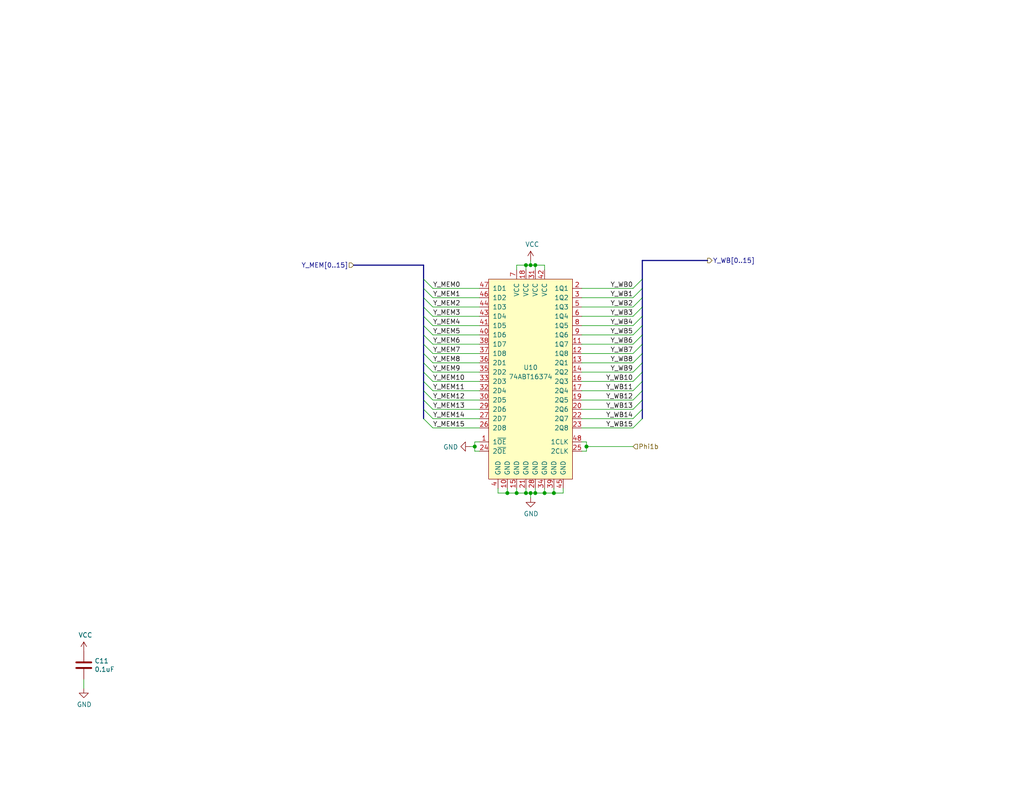
<source format=kicad_sch>
(kicad_sch (version 20250114) (generator "eeschema") (generator_version "9.0")
  (paper "USLetter")
  (title_block (title "ALU Result Register MEM/WB") (date "2023-11-25") (rev "A"))
  (lib_symbols
    (symbol "Device:C" (pin_numbers (hide yes)) (pin_names (offset 0.254))
      (property "Reference" "C" (at 0.635 2.54 0))
      (property "Value" "C" (at 0.635 -2.54 0))
      (symbol "C_0_1"
        (polyline (pts (xy -2.032 0.762) (xy 2.032 0.762)) (stroke (width 0.508)))
        (polyline (pts (xy -2.032 -0.762) (xy 2.032 -0.762)) (stroke (width 0.508)))
      )
      (symbol "C_1_1"
        (pin passive line (at 0 3.81 270) (length 2.794) (name "~") (number "1"))
        (pin passive line (at 0 -3.81 90) (length 2.794) (name "~") (number "2"))
      )
    )
    (symbol "Turtle16:74ABT16374" (pin_names (offset 1.016))
      (symbol "74ABT16374_0_0"
        (pin input line (at -13.97 21.59 0) (length 2.54) (name "1D1") (number "47"))
        (pin input line (at -13.97 19.05 0) (length 2.54) (name "1D2") (number "46"))
        (pin input line (at -13.97 16.51 0) (length 2.54) (name "1D3") (number "44"))
        (pin input line (at -13.97 13.97 0) (length 2.54) (name "1D4") (number "43"))
        (pin input line (at -13.97 11.43 0) (length 2.54) (name "1D5") (number "41"))
        (pin input line (at -13.97 8.89 0) (length 2.54) (name "1D6") (number "40"))
        (pin input line (at -13.97 6.35 0) (length 2.54) (name "1D7") (number "38"))
        (pin input line (at -13.97 3.81 0) (length 2.54) (name "1D8") (number "37"))
        (pin input line (at -13.97 1.27 0) (length 2.54) (name "2D1") (number "36"))
        (pin input line (at -13.97 -1.27 0) (length 2.54) (name "2D2") (number "35"))
        (pin input line (at -13.97 -3.81 0) (length 2.54) (name "2D3") (number "33"))
        (pin input line (at -13.97 -6.35 0) (length 2.54) (name "2D4") (number "32"))
        (pin input line (at -13.97 -8.89 0) (length 2.54) (name "2D5") (number "30"))
        (pin input line (at -13.97 -11.43 0) (length 2.54) (name "2D6") (number "29"))
        (pin input line (at -13.97 -13.97 0) (length 2.54) (name "2D7") (number "27"))
        (pin input line (at -13.97 -16.51 0) (length 2.54) (name "2D8") (number "26"))
        (pin input line (at -13.97 -20.32 0) (length 2.54) (name "1~{OE}") (number "1"))
        (pin input line (at -13.97 -22.86 0) (length 2.54) (name "2~{OE}") (number "24"))
        (pin power_in line (at -8.89 -33.02 90) (length 2.54) (name "GND") (number "4"))
        (pin power_in line (at -6.35 -33.02 90) (length 2.54) (name "GND") (number "10"))
        (pin power_in line (at -3.81 26.67 270) (length 2.54) (name "VCC") (number "7"))
        (pin power_in line (at -3.81 -33.02 90) (length 2.54) (name "GND") (number "15"))
        (pin power_in line (at -1.27 26.67 270) (length 2.54) (name "VCC") (number "18"))
        (pin power_in line (at -1.27 -33.02 90) (length 2.54) (name "GND") (number "21"))
        (pin power_in line (at 1.27 26.67 270) (length 2.54) (name "VCC") (number "31"))
        (pin power_in line (at 1.27 -33.02 90) (length 2.54) (name "GND") (number "28"))
        (pin power_in line (at 3.81 26.67 270) (length 2.54) (name "VCC") (number "42"))
        (pin power_in line (at 3.81 -33.02 90) (length 2.54) (name "GND") (number "34"))
        (pin power_in line (at 6.35 -33.02 90) (length 2.54) (name "GND") (number "39"))
        (pin power_in line (at 8.89 -33.02 90) (length 2.54) (name "GND") (number "45"))
        (pin tri_state line (at 13.97 21.59 180) (length 2.54) (name "1Q1") (number "2"))
        (pin tri_state line (at 13.97 19.05 180) (length 2.54) (name "1Q2") (number "3"))
        (pin tri_state line (at 13.97 16.51 180) (length 2.54) (name "1Q3") (number "5"))
        (pin tri_state line (at 13.97 13.97 180) (length 2.54) (name "1Q4") (number "6"))
        (pin tri_state line (at 13.97 11.43 180) (length 2.54) (name "1Q5") (number "8"))
        (pin tri_state line (at 13.97 8.89 180) (length 2.54) (name "1Q6") (number "9"))
        (pin tri_state line (at 13.97 6.35 180) (length 2.54) (name "1Q7") (number "11"))
        (pin tri_state line (at 13.97 3.81 180) (length 2.54) (name "1Q8") (number "12"))
        (pin tri_state line (at 13.97 1.27 180) (length 2.54) (name "2Q1") (number "13"))
        (pin tri_state line (at 13.97 -1.27 180) (length 2.54) (name "2Q2") (number "14"))
        (pin tri_state line (at 13.97 -3.81 180) (length 2.54) (name "2Q3") (number "16"))
        (pin tri_state line (at 13.97 -6.35 180) (length 2.54) (name "2Q4") (number "17"))
        (pin tri_state line (at 13.97 -8.89 180) (length 2.54) (name "2Q5") (number "19"))
        (pin tri_state line (at 13.97 -11.43 180) (length 2.54) (name "2Q6") (number "20"))
        (pin tri_state line (at 13.97 -13.97 180) (length 2.54) (name "2Q7") (number "22"))
        (pin tri_state line (at 13.97 -16.51 180) (length 2.54) (name "2Q8") (number "23"))
        (pin input line (at 13.97 -20.32 180) (length 2.54) (name "1CLK") (number "48"))
        (pin input line (at 13.97 -22.86 180) (length 2.54) (name "2CLK") (number "25"))
      )
      (symbol "74ABT16374_0_1"
        (rectangle (start -11.43 24.13) (end 11.43 -30.48) (fill (type background)))
      )
    )
    (symbol "power:GND" (power) (pin_names (offset 0))
      (property "Value" "GND" (at 0 -3.81 0))
      (symbol "GND_0_1"
        (polyline (pts (xy 0 0) (xy 0 -1.27) (xy 1.27 -1.27) (xy 0 -2.54) (xy -1.27 -1.27) (xy 0 -1.27)))
      )
      (symbol "GND_1_1"
        (pin power_in line (at 0 0 270) (length 0) (hide yes) (name "GND") (number "1"))
      )
    )
    (symbol "power:VCC" (power) (pin_names (offset 0))
      (property "Value" "VCC" (at 0 3.81 0))
      (symbol "VCC_0_1"
        (polyline (pts (xy -0.762 1.27) (xy 0 2.54)))
        (polyline (pts (xy 0 2.54) (xy 0.762 1.27)))
        (polyline (pts (xy 0 0) (xy 0 2.54)))
      )
      (symbol "VCC_1_1"
        (pin power_in line (at 0 0 90) (length 0) (hide yes) (name "VCC") (number "1"))
      )
    )
  )
  (junction (at 138.43 134.62))
  (junction (at 143.51 134.62))
  (junction (at 140.97 134.62))
  (junction (at 160.02 121.92))
  (junction (at 146.05 72.39))
  (junction (at 146.05 134.62))
  (junction (at 151.13 134.62))
  (junction (at 144.78 72.39))
  (junction (at 148.59 134.62))
  (junction (at 144.78 134.62))
  (junction (at 129.54 121.92))
  (junction (at 143.51 72.39))
  (bus_entry (at 115.57 114.3) (size 2.54 2.54))
  (bus_entry (at 115.57 109.22) (size 2.54 2.54))
  (bus_entry (at 115.57 93.98) (size 2.54 2.54))
  (bus_entry (at 115.57 81.28) (size 2.54 2.54))
  (bus_entry (at 175.26 111.76) (size -2.54 2.54))
  (bus_entry (at 115.57 104.14) (size 2.54 2.54))
  (bus_entry (at 175.26 114.3) (size -2.54 2.54))
  (bus_entry (at 115.57 78.74) (size 2.54 2.54))
  (bus_entry (at 175.26 106.68) (size -2.54 2.54))
  (bus_entry (at 175.26 109.22) (size -2.54 2.54))
  (bus_entry (at 175.26 96.52) (size -2.54 2.54))
  (bus_entry (at 175.26 78.74) (size -2.54 2.54))
  (bus_entry (at 175.26 91.44) (size -2.54 2.54))
  (bus_entry (at 175.26 88.9) (size -2.54 2.54))
  (bus_entry (at 115.57 88.9) (size 2.54 2.54))
  (bus_entry (at 175.26 83.82) (size -2.54 2.54))
  (bus_entry (at 115.57 86.36) (size 2.54 2.54))
  (bus_entry (at 175.26 76.2) (size -2.54 2.54))
  (bus_entry (at 115.57 83.82) (size 2.54 2.54))
  (bus_entry (at 115.57 76.2) (size 2.54 2.54))
  (bus_entry (at 175.26 86.36) (size -2.54 2.54))
  (bus_entry (at 175.26 81.28) (size -2.54 2.54))
  (bus_entry (at 175.26 101.6) (size -2.54 2.54))
  (bus_entry (at 175.26 104.14) (size -2.54 2.54))
  (bus_entry (at 115.57 96.52) (size 2.54 2.54))
  (bus_entry (at 175.26 93.98) (size -2.54 2.54))
  (bus_entry (at 115.57 91.44) (size 2.54 2.54))
  (bus_entry (at 115.57 106.68) (size 2.54 2.54))
  (bus_entry (at 115.57 101.6) (size 2.54 2.54))
  (bus_entry (at 115.57 99.06) (size 2.54 2.54))
  (bus_entry (at 115.57 111.76) (size 2.54 2.54))
  (bus_entry (at 175.26 99.06) (size -2.54 2.54))
  (wire (pts (xy 118.11 88.9) (xy 130.81 88.9)))
  (wire (pts (xy 118.11 86.36) (xy 130.81 86.36)))
  (wire (pts (xy 160.02 121.92) (xy 160.02 123.19)))
  (bus (pts (xy 115.57 78.74) (xy 115.57 81.28)))
  (wire (pts (xy 129.54 121.92) (xy 129.54 123.19)))
  (wire (pts (xy 172.72 111.76) (xy 158.75 111.76)))
  (wire (pts (xy 153.67 134.62) (xy 153.67 133.35)))
  (wire (pts (xy 138.43 134.62) (xy 140.97 134.62)))
  (bus (pts (xy 115.57 93.98) (xy 115.57 96.52)))
  (bus (pts (xy 115.57 88.9) (xy 115.57 91.44)))
  (bus (pts (xy 115.57 86.36) (xy 115.57 88.9)))
  (wire (pts (xy 143.51 133.35) (xy 143.51 134.62)))
  (bus (pts (xy 115.57 106.68) (xy 115.57 109.22)))
  (wire (pts (xy 129.54 121.92) (xy 128.27 121.92)))
  (wire (pts (xy 160.02 120.65) (xy 160.02 121.92)))
  (wire (pts (xy 172.72 88.9) (xy 158.75 88.9)))
  (wire (pts (xy 172.72 101.6) (xy 158.75 101.6)))
  (wire (pts (xy 140.97 133.35) (xy 140.97 134.62)))
  (wire (pts (xy 148.59 72.39) (xy 148.59 73.66)))
  (wire (pts (xy 172.72 83.82) (xy 158.75 83.82)))
  (wire (pts (xy 144.78 71.12) (xy 144.78 72.39)))
  (bus (pts (xy 175.26 78.74) (xy 175.26 81.28)))
  (bus (pts (xy 115.57 76.2) (xy 115.57 78.74)))
  (wire (pts (xy 143.51 134.62) (xy 144.78 134.62)))
  (bus (pts (xy 175.26 91.44) (xy 175.26 93.98)))
  (wire (pts (xy 172.72 104.14) (xy 158.75 104.14)))
  (wire (pts (xy 148.59 133.35) (xy 148.59 134.62)))
  (bus (pts (xy 115.57 101.6) (xy 115.57 104.14)))
  (wire (pts (xy 138.43 133.35) (xy 138.43 134.62)))
  (bus (pts (xy 96.52 72.39) (xy 115.57 72.39)))
  (bus (pts (xy 175.26 71.12) (xy 175.26 76.2)))
  (wire (pts (xy 118.11 96.52) (xy 130.81 96.52)))
  (wire (pts (xy 172.72 99.06) (xy 158.75 99.06)))
  (wire (pts (xy 135.89 134.62) (xy 138.43 134.62)))
  (bus (pts (xy 175.26 81.28) (xy 175.26 83.82)))
  (wire (pts (xy 118.11 106.68) (xy 130.81 106.68)))
  (wire (pts (xy 118.11 104.14) (xy 130.81 104.14)))
  (bus (pts (xy 175.26 88.9) (xy 175.26 91.44)))
  (wire (pts (xy 118.11 111.76) (xy 130.81 111.76)))
  (bus (pts (xy 175.26 99.06) (xy 175.26 101.6)))
  (wire (pts (xy 118.11 101.6) (xy 130.81 101.6)))
  (wire (pts (xy 172.72 93.98) (xy 158.75 93.98)))
  (wire (pts (xy 146.05 133.35) (xy 146.05 134.62)))
  (wire (pts (xy 172.72 116.84) (xy 158.75 116.84)))
  (wire (pts (xy 140.97 72.39) (xy 143.51 72.39)))
  (wire (pts (xy 172.72 81.28) (xy 158.75 81.28)))
  (bus (pts (xy 193.04 71.12) (xy 175.26 71.12)))
  (wire (pts (xy 172.72 109.22) (xy 158.75 109.22)))
  (wire (pts (xy 172.72 86.36) (xy 158.75 86.36)))
  (wire (pts (xy 151.13 134.62) (xy 153.67 134.62)))
  (wire (pts (xy 172.72 96.52) (xy 158.75 96.52)))
  (wire (pts (xy 143.51 73.66) (xy 143.51 72.39)))
  (bus (pts (xy 115.57 91.44) (xy 115.57 93.98)))
  (wire (pts (xy 118.11 93.98) (xy 130.81 93.98)))
  (wire (pts (xy 146.05 72.39) (xy 148.59 72.39)))
  (bus (pts (xy 115.57 104.14) (xy 115.57 106.68)))
  (wire (pts (xy 172.72 114.3) (xy 158.75 114.3)))
  (wire (pts (xy 118.11 114.3) (xy 130.81 114.3)))
  (wire (pts (xy 172.72 106.68) (xy 158.75 106.68)))
  (bus (pts (xy 175.26 83.82) (xy 175.26 86.36)))
  (bus (pts (xy 115.57 96.52) (xy 115.57 99.06)))
  (wire (pts (xy 146.05 134.62) (xy 148.59 134.62)))
  (wire (pts (xy 146.05 73.66) (xy 146.05 72.39)))
  (wire (pts (xy 160.02 123.19) (xy 158.75 123.19)))
  (wire (pts (xy 140.97 134.62) (xy 143.51 134.62)))
  (bus (pts (xy 175.26 86.36) (xy 175.26 88.9)))
  (wire (pts (xy 129.54 120.65) (xy 129.54 121.92)))
  (wire (pts (xy 118.11 81.28) (xy 130.81 81.28)))
  (wire (pts (xy 118.11 91.44) (xy 130.81 91.44)))
  (wire (pts (xy 144.78 72.39) (xy 146.05 72.39)))
  (wire (pts (xy 140.97 73.66) (xy 140.97 72.39)))
  (bus (pts (xy 175.26 104.14) (xy 175.26 106.68)))
  (wire (pts (xy 151.13 133.35) (xy 151.13 134.62)))
  (wire (pts (xy 172.72 91.44) (xy 158.75 91.44)))
  (bus (pts (xy 115.57 99.06) (xy 115.57 101.6)))
  (wire (pts (xy 160.02 121.92) (xy 172.72 121.92)))
  (wire (pts (xy 135.89 133.35) (xy 135.89 134.62)))
  (bus (pts (xy 175.26 106.68) (xy 175.26 109.22)))
  (bus (pts (xy 175.26 101.6) (xy 175.26 104.14)))
  (wire (pts (xy 143.51 72.39) (xy 144.78 72.39)))
  (wire (pts (xy 118.11 109.22) (xy 130.81 109.22)))
  (wire (pts (xy 144.78 134.62) (xy 146.05 134.62)))
  (wire (pts (xy 118.11 116.84) (xy 130.81 116.84)))
  (wire (pts (xy 144.78 134.62) (xy 144.78 135.89)))
  (bus (pts (xy 115.57 109.22) (xy 115.57 111.76)))
  (bus (pts (xy 175.26 93.98) (xy 175.26 96.52)))
  (wire (pts (xy 130.81 120.65) (xy 129.54 120.65)))
  (bus (pts (xy 175.26 111.76) (xy 175.26 114.3)))
  (bus (pts (xy 115.57 81.28) (xy 115.57 83.82)))
  (wire (pts (xy 172.72 78.74) (xy 158.75 78.74)))
  (bus (pts (xy 115.57 72.39) (xy 115.57 76.2)))
  (wire (pts (xy 118.11 83.82) (xy 130.81 83.82)))
  (wire (pts (xy 129.54 123.19) (xy 130.81 123.19)))
  (bus (pts (xy 115.57 111.76) (xy 115.57 114.3)))
  (wire (pts (xy 22.86 187.96) (xy 22.86 185.42)))
  (bus (pts (xy 115.57 83.82) (xy 115.57 86.36)))
  (bus (pts (xy 175.26 96.52) (xy 175.26 99.06)))
  (bus (pts (xy 175.26 109.22) (xy 175.26 111.76)))
  (wire (pts (xy 118.11 78.74) (xy 130.81 78.74)))
  (wire (pts (xy 118.11 99.06) (xy 130.81 99.06)))
  (bus (pts (xy 175.26 76.2) (xy 175.26 78.74)))
  (wire (pts (xy 148.59 134.62) (xy 151.13 134.62)))
  (wire (pts (xy 158.75 120.65) (xy 160.02 120.65)))
  (label "Y_WB9" (at 172.72 101.6 180))
  (label "Y_WB14" (at 172.72 114.3 180))
  (label "Y_WB7" (at 172.72 96.52 180))
  (label "Y_WB4" (at 172.72 88.9 180))
  (label "Y_WB10" (at 172.72 104.14 180))
  (label "Y_MEM13" (at 118.11 111.76 0))
  (label "Y_MEM4" (at 118.11 88.9 0))
  (label "Y_WB12" (at 172.72 109.22 180))
  (label "Y_WB0" (at 172.72 78.74 180))
  (label "Y_MEM8" (at 118.11 99.06 0))
  (label "Y_MEM7" (at 118.11 96.52 0))
  (label "Y_WB13" (at 172.72 111.76 180))
  (label "Y_WB6" (at 172.72 93.98 180))
  (label "Y_MEM15" (at 118.11 116.84 0))
  (label "Y_MEM5" (at 118.11 91.44 0))
  (label "Y_WB8" (at 172.72 99.06 180))
  (label "Y_WB3" (at 172.72 86.36 180))
  (label "Y_MEM2" (at 118.11 83.82 0))
  (label "Y_MEM9" (at 118.11 101.6 0))
  (label "Y_MEM14" (at 118.11 114.3 0))
  (label "Y_WB15" (at 172.72 116.84 180))
  (label "Y_MEM10" (at 118.11 104.14 0))
  (label "Y_WB5" (at 172.72 91.44 180))
  (label "Y_MEM12" (at 118.11 109.22 0))
  (label "Y_MEM6" (at 118.11 93.98 0))
  (label "Y_WB1" (at 172.72 81.28 180))
  (label "Y_MEM11" (at 118.11 106.68 0))
  (label "Y_WB11" (at 172.72 106.68 180))
  (label "Y_MEM0" (at 118.11 78.74 0))
  (label "Y_MEM1" (at 118.11 81.28 0))
  (label "Y_WB2" (at 172.72 83.82 180))
  (label "Y_MEM3" (at 118.11 86.36 0))
  (hierarchical_label "Y_MEM[0..15]" (shape input) (at 96.52 72.39 180))
  (hierarchical_label "Phi1b" (shape input) (at 172.72 121.92 0))
  (hierarchical_label "Y_WB[0..15]" (shape output) (at 193.04 71.12 0))
  (symbol (lib_id "Device:C") (at 22.86 181.61 0) (unit 1)
    (property "Reference" "C11" (at 25.781 180.4416 0) (effects (justify left)))
    (property "Value" "0.1uF" (at 25.781 182.753 0) (effects (justify left)))
    (property "Footprint" "Capacitor_SMD:C_0603_1608Metric" (effects (hide yes)))
    (property "Datasheet" "https://www.mouser.com/datasheet/2/396/taiyo_yuden_12132018_mlcc11_hq_e-1510082.pdf" (effects (hide yes)))
    (property "Manufacturer" "Taiyo Yuden" (effects (hide yes)))
    (property "Manufacturer#" "EMK107B7104KAHT" (effects (hide yes)))
    (property "Digikey#" "587-6004-1-ND" (effects (hide yes)))
  )
  (symbol (lib_id "power:VCC") (at 22.86 177.8 0) (unit 1)
    (property "Reference" "#PWR056" (effects (hide yes)))
    (property "Value" "VCC" (at 23.2918 173.4058 0))
  )
  (symbol (lib_id "power:GND") (at 22.86 187.96 0) (unit 1)
    (property "Reference" "#PWR057" (effects (hide yes)))
    (property "Value" "GND" (at 22.987 192.3542 0))
  )
  (symbol (lib_id "power:GND") (at 128.27 121.92 270) (unit 1)
    (property "Reference" "#PWR058" (effects (hide yes)))
    (property "Value" "GND" (at 125.0188 122.047 90) (effects (justify right)))
  )
  (symbol (lib_id "power:VCC") (at 144.78 71.12 0) (unit 1)
    (property "Reference" "#PWR059" (effects (hide yes)))
    (property "Value" "VCC" (at 145.2118 66.7258 0))
  )
  (symbol (lib_id "power:GND") (at 144.78 135.89 0) (unit 1)
    (property "Reference" "#PWR060" (effects (hide yes)))
    (property "Value" "GND" (at 144.907 140.2842 0))
  )
  (symbol (lib_id "Turtle16:74ABT16374") (at 144.78 100.33 0) (unit 1)
    (property "Reference" "U10" (at 144.78 100.33 0))
    (property "Value" "74ABT16374" (at 144.78 102.87 0))
    (property "Footprint" "Package_SO:TSSOP-48_6.1x12.5mm_P0.5mm" (effects (hide yes)))
    (property "Datasheet" "https://www.ti.com/general/docs/suppproductinfo.tsp?distId=26&gotoUrl=https://www.ti.com/lit/gpn/sn74abt16374a" (effects (hide yes)))
    (property "Manufacturer" "Texas Instruments" (effects (hide yes)))
    (property "Manufacturer#" "SN74ABT16374ADGGR" (effects (hide yes)))
    (property "Mouser#" "595-SNABT16374ADGGR" (effects (hide yes)))
    (property "Digikey#" "296-3900-1-ND" (effects (hide yes)))
  )
)
</source>
